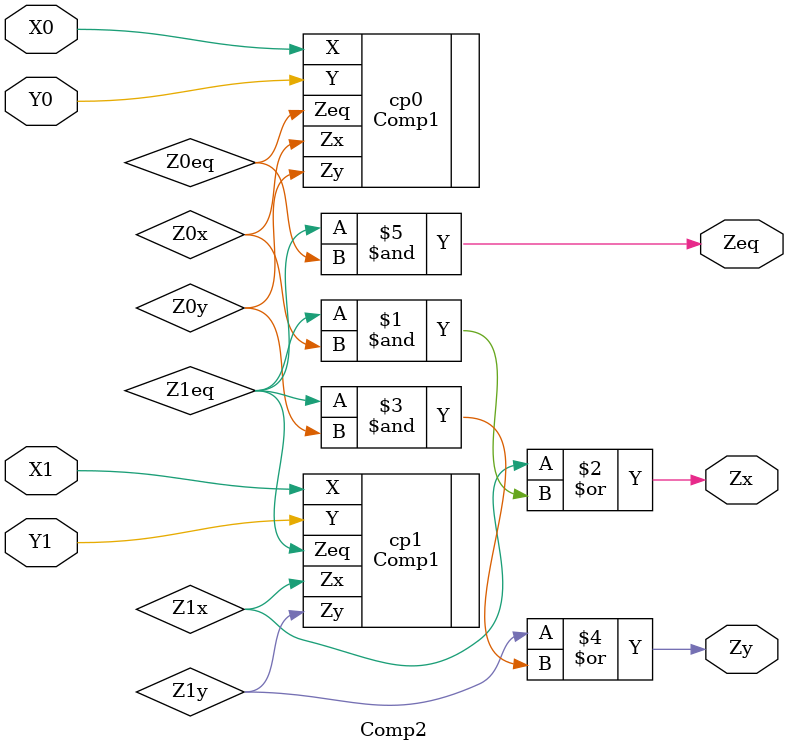
<source format=v>
`timescale 1ns / 1ps


module Comp2(
    input X1,
    input X0,
    input Y1,
    input Y0,
    output Zx,
    output Zy,
    output Zeq
    );
    
    wire Z0x, Z0y, Z0eq;
    wire Z1x, Z1y, Z1eq;
    
    // module : two compare 1bit
    Comp1 cp0(.X(X0), .Y(Y0), .Zx(Z0x), .Zy(Z0y), .Zeq(Z0eq));
    Comp1 cp1(.X(X1), .Y(Y1), .Zx(Z1x), .Zy(Z1y), .Zeq(Z1eq));
    
    // output
    assign Zx = Z1x | (Z1eq & Z0x);
    assign Zy = Z1y | (Z1eq & Z0y);
    assign Zeq = Z1eq & Z0eq;
    
endmodule

</source>
